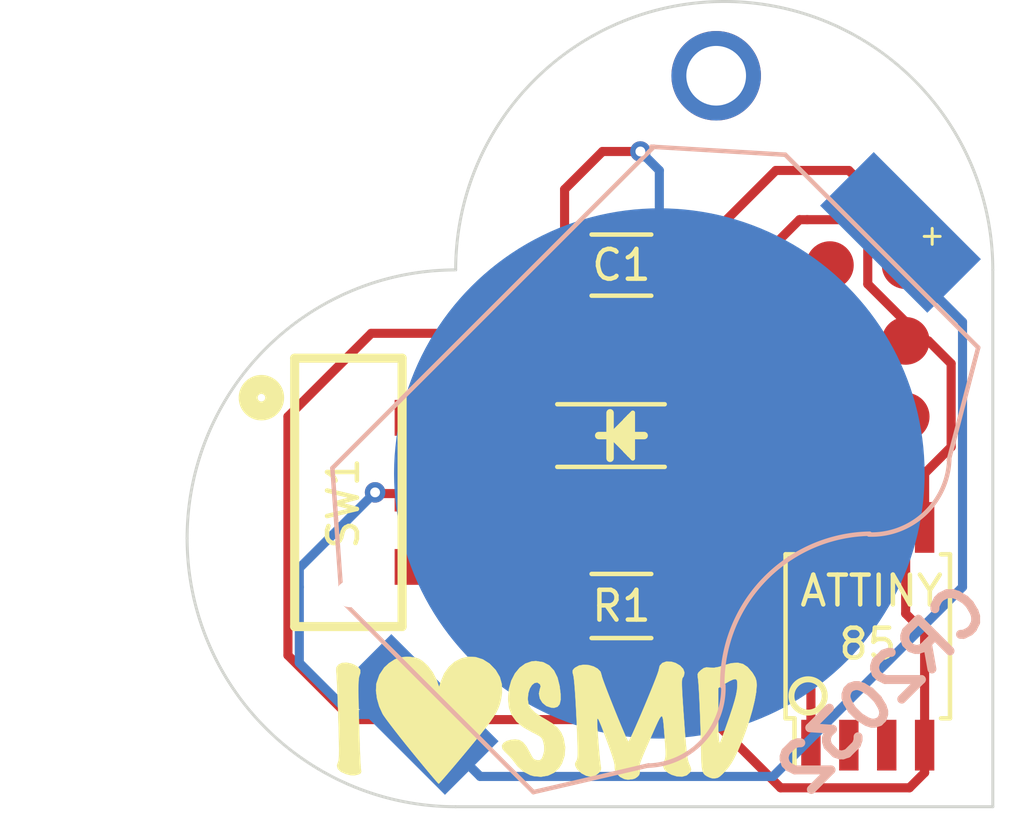
<source format=kicad_pcb>
(kicad_pcb (version 4) (host pcbnew 4.0.7)

  (general
    (links 15)
    (no_connects 0)
    (area 191.769999 76.199999 218.870001 103.300001)
    (thickness 1.6)
    (drawings 22)
    (tracks 96)
    (zones 0)
    (modules 9)
    (nets 12)
  )

  (page USLetter)
  (layers
    (0 F.Cu signal)
    (31 B.Cu signal)
    (34 B.Paste user)
    (35 F.Paste user)
    (36 B.SilkS user)
    (37 F.SilkS user)
    (38 B.Mask user)
    (39 F.Mask user)
    (40 Dwgs.User user)
    (44 Edge.Cuts user)
  )

  (setup
    (last_trace_width 0.3048)
    (user_trace_width 0.254)
    (user_trace_width 0.3048)
    (user_trace_width 0.4064)
    (user_trace_width 0.6096)
    (user_trace_width 2.032)
    (trace_clearance 0.1524)
    (zone_clearance 0.508)
    (zone_45_only no)
    (trace_min 0.1524)
    (segment_width 0.254)
    (edge_width 0.1)
    (via_size 0.6858)
    (via_drill 0.3302)
    (via_min_size 0.6858)
    (via_min_drill 0.3302)
    (user_via 1 0.5)
    (uvia_size 0.762)
    (uvia_drill 0.508)
    (uvias_allowed no)
    (uvia_min_size 0.508)
    (uvia_min_drill 0.127)
    (pcb_text_width 0.3)
    (pcb_text_size 1.5 1.5)
    (mod_edge_width 0.15)
    (mod_text_size 1 1)
    (mod_text_width 0.15)
    (pad_size 1.6 1.6)
    (pad_drill 0)
    (pad_to_mask_clearance 0)
    (aux_axis_origin 0 0)
    (grid_origin 210.82 95.25)
    (visible_elements 7FFFFBFF)
    (pcbplotparams
      (layerselection 0x010f0_80000001)
      (usegerberextensions true)
      (excludeedgelayer true)
      (linewidth 0.100000)
      (plotframeref false)
      (viasonmask false)
      (mode 1)
      (useauxorigin false)
      (hpglpennumber 1)
      (hpglpenspeed 20)
      (hpglpendiameter 15)
      (hpglpenoverlay 2)
      (psnegative false)
      (psa4output false)
      (plotreference true)
      (plotvalue true)
      (plotinvisibletext false)
      (padsonsilk false)
      (subtractmaskfromsilk false)
      (outputformat 1)
      (mirror false)
      (drillshape 0)
      (scaleselection 1)
      (outputdirectory gerbers/))
  )

  (net 0 "")
  (net 1 GND)
  (net 2 +BATT)
  (net 3 "Net-(BT1-Pad1)")
  (net 4 "Net-(CON1-Pad1)")
  (net 5 "Net-(CON1-Pad3)")
  (net 6 "Net-(CON1-Pad4)")
  (net 7 "Net-(CON1-Pad5)")
  (net 8 "Net-(D1-Pad1)")
  (net 9 "Net-(IC1-Pad2)")
  (net 10 "Net-(IC1-Pad3)")
  (net 11 "Net-(P1-Pad1)")

  (net_class Default "This is the default net class."
    (clearance 0.1524)
    (trace_width 0.1524)
    (via_dia 0.6858)
    (via_drill 0.3302)
    (uvia_dia 0.762)
    (uvia_drill 0.508)
    (add_net +BATT)
    (add_net GND)
    (add_net "Net-(BT1-Pad1)")
    (add_net "Net-(CON1-Pad1)")
    (add_net "Net-(CON1-Pad3)")
    (add_net "Net-(CON1-Pad4)")
    (add_net "Net-(CON1-Pad5)")
    (add_net "Net-(D1-Pad1)")
    (add_net "Net-(IC1-Pad2)")
    (add_net "Net-(IC1-Pad3)")
    (add_net "Net-(P1-Pad1)")
  )

  (module Pin_Headers:Pin_Header_Straight_1x01 (layer F.Cu) (tedit 5AA0CEEF) (tstamp 5860AB5B)
    (at 209.55 78.74)
    (descr "Through hole pin header")
    (tags "pin header")
    (path /5860AE9A)
    (fp_text reference P1 (at -0.6 -0.5) (layer F.SilkS) hide
      (effects (font (size 0.127 0.127) (thickness 0.03175)))
    )
    (fp_text value CONN_01X01 (at 0 0.9) (layer F.Fab)
      (effects (font (size 0.127 0.127) (thickness 0.03175)))
    )
    (pad 1 thru_hole circle (at 0 0) (size 3 3) (drill 2) (layers *.Cu *.Mask)
      (net 11 "Net-(P1-Pad1)"))
  )

  (module Resistors_SMD:R_1206_HandSoldering (layer F.Cu) (tedit 58C47DAE) (tstamp 58C47A9F)
    (at 206.375 96.52)
    (descr "Resistor SMD 1206, hand soldering")
    (tags "resistor 1206")
    (path /56CEB2B5)
    (attr smd)
    (fp_text reference R1 (at 0 0) (layer F.SilkS)
      (effects (font (size 1 1) (thickness 0.15)))
    )
    (fp_text value 330 (at 0 2.3) (layer F.Fab)
      (effects (font (size 1 1) (thickness 0.15)))
    )
    (fp_line (start -3.3 -1.2) (end 3.3 -1.2) (layer F.CrtYd) (width 0.05))
    (fp_line (start -3.3 1.2) (end 3.3 1.2) (layer F.CrtYd) (width 0.05))
    (fp_line (start -3.3 -1.2) (end -3.3 1.2) (layer F.CrtYd) (width 0.05))
    (fp_line (start 3.3 -1.2) (end 3.3 1.2) (layer F.CrtYd) (width 0.05))
    (fp_line (start 1 1.075) (end -1 1.075) (layer F.SilkS) (width 0.15))
    (fp_line (start -1 -1.075) (end 1 -1.075) (layer F.SilkS) (width 0.15))
    (pad 1 smd rect (at -2 0) (size 2 1.7) (layers F.Cu F.Paste F.Mask)
      (net 8 "Net-(D1-Pad1)"))
    (pad 2 smd rect (at 2 0) (size 2 1.7) (layers F.Cu F.Paste F.Mask)
      (net 4 "Net-(CON1-Pad1)"))
    (model Resistors_SMD.3dshapes/R_1206_HandSoldering.wrl
      (at (xyz 0 0 0))
      (scale (xyz 1 1 1))
      (rotate (xyz 0 0 0))
    )
  )

  (module myFootPrints:IheartSMD (layer F.Cu) (tedit 0) (tstamp 58D86362)
    (at 203.835 100.33)
    (fp_text reference G*** (at 0 0) (layer F.SilkS) hide
      (effects (font (thickness 0.3)))
    )
    (fp_text value LOGO (at 0.75 0) (layer F.SilkS) hide
      (effects (font (thickness 0.3)))
    )
    (fp_poly (pts (xy -2.34405 -2.096245) (xy -2.105224 -2.02035) (xy -1.879461 -1.87745) (xy -1.67627 -1.665485)
      (xy -1.672077 -1.659965) (xy -1.535728 -1.428984) (xy -1.466826 -1.179985) (xy -1.462632 -0.900188)
      (xy -1.480305 -0.765648) (xy -1.506685 -0.630011) (xy -1.540934 -0.503324) (xy -1.587938 -0.377969)
      (xy -1.652583 -0.246325) (xy -1.739753 -0.100773) (xy -1.854334 0.066306) (xy -2.001212 0.26253)
      (xy -2.185271 0.495519) (xy -2.411397 0.772893) (xy -2.65632 1.068462) (xy -2.863883 1.316796)
      (xy -3.056151 1.544929) (xy -3.227337 1.746142) (xy -3.371657 1.913715) (xy -3.483327 2.040929)
      (xy -3.55656 2.121066) (xy -3.585338 2.147469) (xy -3.616012 2.117825) (xy -3.690038 2.034352)
      (xy -3.801593 1.903968) (xy -3.944854 1.733589) (xy -4.114 1.530133) (xy -4.303208 1.300517)
      (xy -4.474308 1.091353) (xy -4.682749 0.833626) (xy -4.880586 0.585062) (xy -5.060943 0.354598)
      (xy -5.216944 0.151173) (xy -5.34171 -0.016276) (xy -5.428366 -0.13881) (xy -5.462934 -0.193553)
      (xy -5.575671 -0.442679) (xy -5.651356 -0.710052) (xy -5.68505 -0.970983) (xy -5.671813 -1.200783)
      (xy -5.668122 -1.219233) (xy -5.570242 -1.503796) (xy -5.409772 -1.744798) (xy -5.251857 -1.892196)
      (xy -5.056812 -2.018715) (xy -4.866654 -2.087112) (xy -4.650419 -2.106675) (xy -4.549401 -2.10289)
      (xy -4.38003 -2.082879) (xy -4.251303 -2.040775) (xy -4.13585 -1.971583) (xy -3.949099 -1.803253)
      (xy -3.782896 -1.584088) (xy -3.657219 -1.341409) (xy -3.638259 -1.291192) (xy -3.5686 -1.093389)
      (xy -3.518915 -1.259848) (xy -3.401368 -1.54273) (xy -3.239839 -1.770965) (xy -3.043835 -1.942494)
      (xy -2.822863 -2.055257) (xy -2.586433 -2.107194) (xy -2.34405 -2.096245)) (layer F.SilkS) (width 0.01))
    (fp_poly (pts (xy 4.210181 -1.942334) (xy 4.354907 -1.898655) (xy 4.509585 -1.8085) (xy 4.610951 -1.696348)
      (xy 4.652707 -1.574999) (xy 4.628556 -1.457256) (xy 4.595388 -1.409846) (xy 4.581052 -1.384052)
      (xy 4.571272 -1.338764) (xy 4.566268 -1.266233) (xy 4.566261 -1.158706) (xy 4.571472 -1.008433)
      (xy 4.582122 -0.807662) (xy 4.598431 -0.548642) (xy 4.620622 -0.223622) (xy 4.635014 -0.019538)
      (xy 4.661576 0.347706) (xy 4.684425 0.645637) (xy 4.704585 0.882954) (xy 4.723077 1.068352)
      (xy 4.740923 1.210532) (xy 4.759146 1.318189) (xy 4.778769 1.400021) (xy 4.800814 1.464727)
      (xy 4.812779 1.492748) (xy 4.86011 1.604073) (xy 4.874765 1.673783) (xy 4.858609 1.73037)
      (xy 4.831274 1.775435) (xy 4.727443 1.867301) (xy 4.579917 1.910188) (xy 4.406042 1.903922)
      (xy 4.223164 1.848332) (xy 4.103179 1.782706) (xy 3.983992 1.677881) (xy 3.938703 1.562564)
      (xy 3.963135 1.422748) (xy 3.982132 1.376791) (xy 4.003807 1.317943) (xy 4.016854 1.247058)
      (xy 4.021452 1.150344) (xy 4.017776 1.014007) (xy 4.006003 0.824256) (xy 3.991631 0.63433)
      (xy 3.969436 0.343476) (xy 3.951134 0.123274) (xy 3.932095 -0.02632) (xy 3.90769 -0.105355)
      (xy 3.873292 -0.113877) (xy 3.824271 -0.051932) (xy 3.755999 0.080433) (xy 3.663846 0.283171)
      (xy 3.543184 0.556235) (xy 3.510691 0.629481) (xy 3.388617 0.905519) (xy 3.295606 1.120487)
      (xy 3.22816 1.284362) (xy 3.182779 1.407121) (xy 3.155967 1.498742) (xy 3.144223 1.5692)
      (xy 3.144049 1.628474) (xy 3.148128 1.663394) (xy 3.157036 1.778047) (xy 3.133809 1.852855)
      (xy 3.083401 1.909807) (xy 2.998885 1.969379) (xy 2.926596 1.992923) (xy 2.836247 2.001972)
      (xy 2.806965 2.008896) (xy 2.735111 2.009803) (xy 2.633855 1.989851) (xy 2.631163 1.98908)
      (xy 2.495802 1.920102) (xy 2.387776 1.81079) (xy 2.32431 1.683267) (xy 2.316829 1.585344)
      (xy 2.313086 1.512089) (xy 2.285363 1.390157) (xy 2.231922 1.213828) (xy 2.151025 0.977378)
      (xy 2.040931 0.675086) (xy 2.036923 0.664308) (xy 1.938752 0.40259) (xy 1.863553 0.208096)
      (xy 1.808302 0.074349) (xy 1.769975 -0.00513) (xy 1.745546 -0.036821) (xy 1.731991 -0.0272)
      (xy 1.727307 0.00118) (xy 1.726457 0.088072) (xy 1.73201 0.23249) (xy 1.742731 0.419067)
      (xy 1.757384 0.632437) (xy 1.774733 0.857233) (xy 1.793542 1.07809) (xy 1.812575 1.279639)
      (xy 1.830597 1.446516) (xy 1.846371 1.563353) (xy 1.856776 1.611074) (xy 1.850116 1.689328)
      (xy 1.789813 1.776366) (xy 1.695651 1.85421) (xy 1.587414 1.904882) (xy 1.522557 1.91477)
      (xy 1.362158 1.882289) (xy 1.201376 1.797514) (xy 1.071842 1.679447) (xy 1.0319 1.620012)
      (xy 0.989323 1.530362) (xy 0.986847 1.469528) (xy 1.023841 1.399627) (xy 1.028116 1.393074)
      (xy 1.045638 1.361348) (xy 1.058987 1.320474) (xy 1.068212 1.262057) (xy 1.07336 1.177702)
      (xy 1.074479 1.059016) (xy 1.071618 0.897605) (xy 1.064824 0.685073) (xy 1.054145 0.413028)
      (xy 1.039629 0.073075) (xy 1.036102 -0.007605) (xy 1.019704 -0.352791) (xy 1.002199 -0.668962)
      (xy 0.984253 -0.946912) (xy 0.966532 -1.177432) (xy 0.9497 -1.351314) (xy 0.934422 -1.459349)
      (xy 0.929803 -1.479092) (xy 0.902461 -1.586355) (xy 0.905961 -1.651164) (xy 0.947559 -1.705573)
      (xy 0.989516 -1.742861) (xy 1.11924 -1.813726) (xy 1.276952 -1.840572) (xy 1.44522 -1.828416)
      (xy 1.606611 -1.782277) (xy 1.743692 -1.707175) (xy 1.839031 -1.608128) (xy 1.875194 -1.490154)
      (xy 1.875195 -1.48788) (xy 1.889061 -1.432449) (xy 1.927988 -1.318218) (xy 1.987643 -1.155951)
      (xy 2.063688 -0.956414) (xy 2.151789 -0.730373) (xy 2.247611 -0.488593) (xy 2.346818 -0.241838)
      (xy 2.445074 -0.000876) (xy 2.538044 0.223529) (xy 2.621394 0.420612) (xy 2.690786 0.579607)
      (xy 2.741886 0.689749) (xy 2.770359 0.740272) (xy 2.773341 0.74233) (xy 2.797641 0.707698)
      (xy 2.846672 0.610777) (xy 2.916109 0.46183) (xy 3.001627 0.271121) (xy 3.098901 0.048913)
      (xy 3.203606 -0.194531) (xy 3.311417 -0.448948) (xy 3.418009 -0.704075) (xy 3.519058 -0.949648)
      (xy 3.610237 -1.175404) (xy 3.687223 -1.37108) (xy 3.74569 -1.526414) (xy 3.781314 -1.631141)
      (xy 3.790461 -1.671302) (xy 3.822869 -1.806741) (xy 3.911858 -1.900375) (xy 4.045079 -1.947231)
      (xy 4.210181 -1.942334)) (layer F.SilkS) (width 0.01))
    (fp_poly (pts (xy 6.611152 -1.865882) (xy 6.768849 -1.761157) (xy 6.916401 -1.590471) (xy 6.945923 -1.547851)
      (xy 7.025612 -1.412648) (xy 7.063559 -1.291976) (xy 7.072923 -1.150907) (xy 7.055285 -0.924379)
      (xy 7.005674 -0.644287) (xy 6.929042 -0.325947) (xy 6.830339 0.015324) (xy 6.714518 0.36421)
      (xy 6.58653 0.705395) (xy 6.451328 1.023562) (xy 6.313862 1.303394) (xy 6.234125 1.443614)
      (xy 6.144558 1.574225) (xy 6.037521 1.705783) (xy 5.9277 1.822894) (xy 5.82978 1.910163)
      (xy 5.758446 1.952196) (xy 5.747391 1.953847) (xy 5.679798 1.965695) (xy 5.65958 1.97196)
      (xy 5.58984 1.969808) (xy 5.493372 1.939564) (xy 5.490307 1.938222) (xy 5.404553 1.897661)
      (xy 5.339203 1.854595) (xy 5.291255 1.798295) (xy 5.257705 1.718032) (xy 5.235552 1.603077)
      (xy 5.221792 1.442701) (xy 5.213422 1.226174) (xy 5.207441 0.942768) (xy 5.207147 0.926493)
      (xy 5.199974 0.594325) (xy 5.190449 0.254891) (xy 5.179064 -0.081148) (xy 5.166307 -0.40313)
      (xy 5.152668 -0.700395) (xy 5.138637 -0.962283) (xy 5.132537 -1.056781) (xy 5.783384 -1.056781)
      (xy 5.783384 -0.199432) (xy 5.784524 0.120145) (xy 5.788206 0.36829) (xy 5.794827 0.551695)
      (xy 5.804782 0.677053) (xy 5.818468 0.751057) (xy 5.836279 0.780398) (xy 5.841398 0.781539)
      (xy 5.857413 0.746785) (xy 5.89456 0.65099) (xy 5.948084 0.506858) (xy 6.013233 0.327089)
      (xy 6.049789 0.224693) (xy 6.170786 -0.122019) (xy 6.2647 -0.406164) (xy 6.334202 -0.637446)
      (xy 6.381963 -0.825565) (xy 6.410655 -0.980226) (xy 6.422948 -1.111129) (xy 6.423632 -1.13323)
      (xy 6.422684 -1.258376) (xy 6.408739 -1.325289) (xy 6.375296 -1.353618) (xy 6.348764 -1.359522)
      (xy 6.278291 -1.344743) (xy 6.167015 -1.295181) (xy 6.037911 -1.22122) (xy 6.026379 -1.213836)
      (xy 5.783384 -1.056781) (xy 5.132537 -1.056781) (xy 5.124702 -1.178131) (xy 5.111355 -1.33728)
      (xy 5.099083 -1.429069) (xy 5.098956 -1.429663) (xy 5.091105 -1.515274) (xy 5.122008 -1.58235)
      (xy 5.201495 -1.65836) (xy 5.294825 -1.726139) (xy 5.380789 -1.751003) (xy 5.49977 -1.74412)
      (xy 5.507835 -1.743074) (xy 5.642889 -1.738311) (xy 5.790445 -1.763592) (xy 5.95923 -1.816398)
      (xy 6.218137 -1.890292) (xy 6.431513 -1.907857) (xy 6.611152 -1.865882)) (layer F.SilkS) (width 0.01))
    (fp_poly (pts (xy -0.08157 -1.924859) (xy 0.119595 -1.818609) (xy 0.279311 -1.647326) (xy 0.396236 -1.412426)
      (xy 0.466339 -1.132373) (xy 0.500202 -0.862655) (xy 0.501546 -0.65965) (xy 0.468366 -0.518122)
      (xy 0.398658 -0.432833) (xy 0.290417 -0.398547) (xy 0.187007 -0.402567) (xy 0.022986 -0.458462)
      (xy -0.107678 -0.566887) (xy -0.193914 -0.710176) (xy -0.22465 -0.870663) (xy -0.196209 -1.014011)
      (xy -0.167136 -1.109175) (xy -0.181089 -1.172167) (xy -0.195414 -1.191881) (xy -0.278029 -1.245413)
      (xy -0.369251 -1.232389) (xy -0.45776 -1.161828) (xy -0.532239 -1.042744) (xy -0.581313 -0.884458)
      (xy -0.600584 -0.68899) (xy -0.574129 -0.522805) (xy -0.495226 -0.375621) (xy -0.357152 -0.237156)
      (xy -0.153185 -0.097128) (xy -0.0149 -0.018128) (xy 0.223532 0.127163) (xy 0.396984 0.271723)
      (xy 0.51748 0.428179) (xy 0.597046 0.609158) (xy 0.604015 0.631773) (xy 0.655343 0.924217)
      (xy 0.636198 1.206319) (xy 0.548448 1.466012) (xy 0.450415 1.623815) (xy 0.286878 1.776761)
      (xy 0.079863 1.875382) (xy -0.154297 1.915659) (xy -0.399267 1.89357) (xy -0.512491 1.860858)
      (xy -0.748329 1.740098) (xy -0.946 1.556863) (xy -1.022725 1.45561) (xy -1.121166 1.327126)
      (xy -1.230147 1.205768) (xy -1.27831 1.15977) (xy -1.368909 1.071732) (xy -1.43624 0.991383)
      (xy -1.448715 0.971564) (xy -1.465512 0.873525) (xy -1.414822 0.786441) (xy -1.307233 0.717766)
      (xy -1.153334 0.674957) (xy -1.012348 0.664308) (xy -0.876932 0.686654) (xy -0.758934 0.759596)
      (xy -0.648527 0.891984) (xy -0.535883 1.092672) (xy -0.535153 1.094154) (xy -0.465871 1.228004)
      (xy -0.41207 1.306136) (xy -0.358451 1.34467) (xy -0.289713 1.359726) (xy -0.282378 1.360469)
      (xy -0.194043 1.359893) (xy -0.141119 1.322752) (xy -0.096762 1.234724) (xy -0.046514 1.054309)
      (xy -0.050882 0.865654) (xy -0.080832 0.730435) (xy -0.105883 0.658031) (xy -0.144138 0.601611)
      (xy -0.210683 0.54875) (xy -0.320602 0.487023) (xy -0.46023 0.417902) (xy -0.755259 0.249762)
      (xy -0.977739 0.06329) (xy -1.132413 -0.14826) (xy -1.224021 -0.391633) (xy -1.257305 -0.673574)
      (xy -1.257581 -0.71638) (xy -1.228979 -1.026375) (xy -1.150871 -1.305792) (xy -1.029403 -1.546426)
      (xy -0.870719 -1.740071) (xy -0.680962 -1.878524) (xy -0.466276 -1.953578) (xy -0.322842 -1.964662)
      (xy -0.08157 -1.924859)) (layer F.SilkS) (width 0.01))
    (fp_poly (pts (xy -6.518611 -1.882257) (xy -6.409155 -1.83689) (xy -6.276787 -1.754816) (xy -6.213258 -1.670643)
      (xy -6.210551 -1.568093) (xy -6.236569 -1.486461) (xy -6.251088 -1.43895) (xy -6.262123 -1.372811)
      (xy -6.269766 -1.28017) (xy -6.274107 -1.153157) (xy -6.275237 -0.983901) (xy -6.273246 -0.76453)
      (xy -6.268226 -0.487173) (xy -6.260268 -0.143958) (xy -6.254608 0.078154) (xy -6.245346 0.41081)
      (xy -6.235495 0.724) (xy -6.225449 1.00785) (xy -6.215604 1.252481) (xy -6.206357 1.448018)
      (xy -6.198102 1.584584) (xy -6.1916 1.65037) (xy -6.180359 1.748638) (xy -6.20133 1.800393)
      (xy -6.266818 1.834698) (xy -6.270189 1.835985) (xy -6.406266 1.868926) (xy -6.552799 1.859856)
      (xy -6.691624 1.823843) (xy -6.862868 1.747438) (xy -6.964249 1.649742) (xy -6.993148 1.534965)
      (xy -6.948992 1.410561) (xy -6.936851 1.371172) (xy -6.928407 1.293703) (xy -6.923653 1.17199)
      (xy -6.922584 0.999871) (xy -6.925194 0.771185) (xy -6.931478 0.479767) (xy -6.941429 0.119456)
      (xy -6.947627 -0.083601) (xy -6.958527 -0.414351) (xy -6.969819 -0.72455) (xy -6.98107 -1.004507)
      (xy -6.991847 -1.244531) (xy -7.001715 -1.434928) (xy -7.010242 -1.566007) (xy -7.016649 -1.626487)
      (xy -7.01007 -1.750297) (xy -6.943571 -1.842421) (xy -6.830558 -1.898219) (xy -6.684436 -1.913045)
      (xy -6.518611 -1.882257)) (layer F.SilkS) (width 0.01))
  )

  (module footprints:BATT_CR2032_SMD (layer B.Cu) (tedit 56CFB5D2) (tstamp 5AA0CECA)
    (at 207.645 92.075 225)
    (tags battery)
    (path /56CFA61E)
    (fp_text reference BT1 (at 0 -5.08 225) (layer B.SilkS) hide
      (effects (font (size 1.72974 1.08712) (thickness 0.27178)) (justify mirror))
    )
    (fp_text value Battery (at 0 2.54 225) (layer B.SilkS) hide
      (effects (font (size 1.524 1.016) (thickness 0.254)) (justify mirror))
    )
    (fp_line (start -7.1755 -6.5405) (end -10.541 -4.572) (layer B.SilkS) (width 0.15))
    (fp_line (start 7.1755 -6.6675) (end 10.541 -4.572) (layer B.SilkS) (width 0.15))
    (fp_arc (start -5.4229 -4.6355) (end -3.5179 -6.4135) (angle -90) (layer B.SilkS) (width 0.15))
    (fp_arc (start 5.4102 -4.7625) (end 7.1882 -6.6675) (angle -90) (layer B.SilkS) (width 0.15))
    (fp_arc (start -0.0635 -10.033) (end -3.556 -6.4135) (angle -90) (layer B.SilkS) (width 0.15))
    (fp_line (start 7.62 7.874) (end 10.541 4.5085) (layer B.SilkS) (width 0.15))
    (fp_line (start -10.541 4.572) (end -7.5565 7.9375) (layer B.SilkS) (width 0.15))
    (fp_line (start -7.62 7.874) (end 7.62 7.874) (layer B.SilkS) (width 0.15))
    (fp_line (start -10.541 -4.572) (end -10.541 4.572) (layer B.SilkS) (width 0.15))
    (fp_line (start 10.541 -4.572) (end 10.541 4.572) (layer B.SilkS) (width 0.15))
    (fp_circle (center 0 0) (end -10.16 0) (layer Dwgs.User) (width 0.15))
    (pad 2 smd circle (at 0 0 225) (size 17.78 17.78) (layers B.Cu B.Paste B.Mask)
      (net 1 GND))
    (pad 1 smd rect (at -11.43 0 225) (size 2.54 5.08) (layers B.Cu B.Paste B.Mask)
      (net 3 "Net-(BT1-Pad1)"))
    (pad 1 smd rect (at 11.43 0 225) (size 2.54 5.08) (layers B.Cu B.Paste B.Mask)
      (net 3 "Net-(BT1-Pad1)"))
  )

  (module footprints:C_1206_HandSoldering (layer F.Cu) (tedit 58C47DA8) (tstamp 5AA0CEDB)
    (at 206.375 85.09)
    (descr "Capacitor SMD 1206, hand soldering")
    (tags "capacitor 1206")
    (path /553FDF53)
    (attr smd)
    (fp_text reference C1 (at 0 0) (layer F.SilkS)
      (effects (font (size 1 1) (thickness 0.15)))
    )
    (fp_text value "0.1 uF" (at 0 2.3) (layer F.Fab)
      (effects (font (size 1 1) (thickness 0.15)))
    )
    (fp_line (start -3.3 -1.15) (end 3.3 -1.15) (layer F.CrtYd) (width 0.05))
    (fp_line (start -3.3 1.15) (end 3.3 1.15) (layer F.CrtYd) (width 0.05))
    (fp_line (start -3.3 -1.15) (end -3.3 1.15) (layer F.CrtYd) (width 0.05))
    (fp_line (start 3.3 -1.15) (end 3.3 1.15) (layer F.CrtYd) (width 0.05))
    (fp_line (start 1 -1.025) (end -1 -1.025) (layer F.SilkS) (width 0.15))
    (fp_line (start -1 1.025) (end 1 1.025) (layer F.SilkS) (width 0.15))
    (pad 1 smd rect (at -2 0) (size 2 1.6) (layers F.Cu F.Paste F.Mask)
      (net 1 GND))
    (pad 2 smd rect (at 2 0) (size 2 1.6) (layers F.Cu F.Paste F.Mask)
      (net 2 +BATT))
    (model Capacitors_SMD.3dshapes/C_1206_HandSoldering.wrl
      (at (xyz 0 0 0))
      (scale (xyz 1 1 1))
      (rotate (xyz 0 0 0))
    )
  )

  (module footprints:AVR-ISP-6 (layer F.Cu) (tedit 5AA0D023) (tstamp 5AA0CEE6)
    (at 213.36 85.09)
    (descr "6-lead dip package, row spacing 7.62 mm (300 mils)")
    (tags "dil dip 2.54 300")
    (path /58609061)
    (fp_text reference CON1 (at 0 -2.54) (layer F.SilkS) hide
      (effects (font (size 1 1) (thickness 0.15)))
    )
    (fp_text value AVR-ISP-6 (at 0 -3.72) (layer F.Fab) hide
      (effects (font (size 1 1) (thickness 0.15)))
    )
    (pad 1 smd oval (at 0 0) (size 1.6 1.6) (layers F.Cu F.Paste F.Mask)
      (net 4 "Net-(CON1-Pad1)"))
    (pad 2 smd circle (at 2.54 0) (size 1.6 1.6) (layers F.Cu F.Paste F.Mask)
      (net 2 +BATT))
    (pad 3 smd oval (at 0 2.54) (size 1.6 1.6) (layers F.Cu F.Paste F.Mask)
      (net 5 "Net-(CON1-Pad3)"))
    (pad 4 smd oval (at 2.54 2.54) (size 1.6 1.6) (layers F.Cu F.Paste F.Mask)
      (net 6 "Net-(CON1-Pad4)"))
    (pad 5 smd oval (at 0 5.08) (size 1.6 1.6) (layers F.Cu F.Paste F.Mask)
      (net 7 "Net-(CON1-Pad5)"))
    (pad 6 smd oval (at 2.54 5.08) (size 1.6 1.6) (layers F.Cu F.Paste F.Mask)
      (net 1 GND))
  )

  (module footprints:LED-1206 (layer F.Cu) (tedit 58C4D23A) (tstamp 5AA0CEEF)
    (at 206.375 90.805)
    (descr "LED 1206 smd package")
    (tags "LED1206 SMD")
    (path /58C49927)
    (attr smd)
    (fp_text reference D1 (at 0 -2) (layer F.SilkS) hide
      (effects (font (size 1 1) (thickness 0.15)))
    )
    (fp_text value LED (at 0 2) (layer F.Fab)
      (effects (font (size 1 1) (thickness 0.15)))
    )
    (fp_line (start -0.762 0) (end 0.762 0) (layer F.SilkS) (width 0.25))
    (fp_line (start -0.381 -0.762) (end -0.381 0.762) (layer F.SilkS) (width 0.25))
    (fp_line (start -0.635 0) (end -0.508 0) (layer F.SilkS) (width 0.15))
    (fp_line (start 0.254 0.635) (end 0.381 0.762) (layer F.SilkS) (width 0.15))
    (fp_line (start 0.254 -0.635) (end 0.381 -0.762) (layer F.SilkS) (width 0.15))
    (fp_line (start 0.381 -0.762) (end 0.381 0.762) (layer F.SilkS) (width 0.15))
    (fp_line (start 0.127 -0.508) (end 0.254 -0.635) (layer F.SilkS) (width 0.15))
    (fp_line (start 0.127 0.508) (end 0.254 0.635) (layer F.SilkS) (width 0.15))
    (fp_line (start 0.254 0.508) (end 0.254 0.635) (layer F.SilkS) (width 0.15))
    (fp_line (start 0.254 -0.635) (end 0.254 0.508) (layer F.SilkS) (width 0.15))
    (fp_line (start -2.15 1.05) (end 1.45 1.05) (layer F.SilkS) (width 0.15))
    (fp_line (start -2.15 -1.05) (end 1.45 -1.05) (layer F.SilkS) (width 0.15))
    (fp_line (start 0.027 -0.3) (end 0.027 0.3) (layer F.SilkS) (width 0.15))
    (fp_line (start 0.027 0.3) (end -0.273 0) (layer F.SilkS) (width 0.15))
    (fp_line (start -0.273 0) (end -0.073 -0.2) (layer F.SilkS) (width 0.15))
    (fp_line (start -0.073 -0.2) (end -0.073 0.05) (layer F.SilkS) (width 0.15))
    (fp_line (start -0.073 0.05) (end -0.123 0) (layer F.SilkS) (width 0.15))
    (fp_line (start 0.127 0) (end 0.627 0) (layer F.SilkS) (width 0.15))
    (fp_line (start -0.373 0) (end 0.127 -0.5) (layer F.SilkS) (width 0.15))
    (fp_line (start 0.127 -0.5) (end 0.127 0.5) (layer F.SilkS) (width 0.15))
    (fp_line (start 0.127 0.5) (end -0.373 0) (layer F.SilkS) (width 0.15))
    (fp_line (start 2.5 -1.25) (end -2.5 -1.25) (layer F.CrtYd) (width 0.05))
    (fp_line (start -2.5 -1.25) (end -2.5 1.25) (layer F.CrtYd) (width 0.05))
    (fp_line (start -2.5 1.25) (end 2.5 1.25) (layer F.CrtYd) (width 0.05))
    (fp_line (start 2.5 1.25) (end 2.5 -1.25) (layer F.CrtYd) (width 0.05))
    (pad 2 smd rect (at 1.905 0 180) (size 2 1.80086) (layers F.Cu F.Paste F.Mask)
      (net 6 "Net-(CON1-Pad4)"))
    (pad 1 smd rect (at -1.905 0 180) (size 2 1.80086) (layers F.Cu F.Paste F.Mask)
      (net 8 "Net-(D1-Pad1)"))
    (model LEDs.3dshapes/LED_1206.wrl
      (at (xyz 0 0 0))
      (scale (xyz 1 1 1))
      (rotate (xyz 0 0 0))
    )
  )

  (module footprints:SOIJ-8_5.3x5.3mm_Pitch1.27mm (layer F.Cu) (tedit 5AA0C94A) (tstamp 5AA0CF0D)
    (at 214.63 97.536 90)
    (descr "8-Lead Plastic Small Outline (SM) - Medium, 5.28 mm Body [SOIC] (see Microchip Packaging Specification 00000049BS.pdf)")
    (tags "SOIC 1.27")
    (path /58C478D3)
    (attr smd)
    (fp_text reference IC1 (at 1.651 0 180) (layer Dwgs.User) hide
      (effects (font (size 1 1) (thickness 0.15)))
    )
    (fp_text value ATTINY (at 1.524 0.127 180) (layer F.SilkS)
      (effects (font (size 1 1) (thickness 0.15)))
    )
    (fp_circle (center -2 -2) (end -2.25 -2.5) (layer F.SilkS) (width 0.2))
    (fp_line (start -4.75 -2.95) (end -4.75 2.95) (layer F.CrtYd) (width 0.05))
    (fp_line (start 4.75 -2.95) (end 4.75 2.95) (layer F.CrtYd) (width 0.05))
    (fp_line (start -4.75 -2.95) (end 4.75 -2.95) (layer F.CrtYd) (width 0.05))
    (fp_line (start -4.75 2.95) (end 4.75 2.95) (layer F.CrtYd) (width 0.05))
    (fp_line (start -2.75 -2.755) (end -2.75 -2.455) (layer F.SilkS) (width 0.15))
    (fp_line (start 2.75 -2.755) (end 2.75 -2.455) (layer F.SilkS) (width 0.15))
    (fp_line (start 2.75 2.755) (end 2.75 2.455) (layer F.SilkS) (width 0.15))
    (fp_line (start -2.75 2.755) (end -2.75 2.455) (layer F.SilkS) (width 0.15))
    (fp_line (start -2.75 -2.755) (end 2.75 -2.755) (layer F.SilkS) (width 0.15))
    (fp_line (start -2.75 2.755) (end 2.75 2.755) (layer F.SilkS) (width 0.15))
    (fp_line (start -2.75 -2.455) (end -4.5 -2.455) (layer F.SilkS) (width 0.15))
    (pad 1 smd rect (at -3.65 -1.905 90) (size 1.7 0.65) (layers F.Cu F.Paste F.Mask)
      (net 7 "Net-(CON1-Pad5)"))
    (pad 2 smd rect (at -3.65 -0.635 90) (size 1.7 0.65) (layers F.Cu F.Paste F.Mask)
      (net 9 "Net-(IC1-Pad2)"))
    (pad 3 smd rect (at -3.65 0.635 90) (size 1.7 0.65) (layers F.Cu F.Paste F.Mask)
      (net 10 "Net-(IC1-Pad3)"))
    (pad 4 smd rect (at -3.65 1.905 90) (size 1.7 0.65) (layers F.Cu F.Paste F.Mask)
      (net 1 GND))
    (pad 5 smd rect (at 3.65 1.905 90) (size 1.7 0.65) (layers F.Cu F.Paste F.Mask)
      (net 6 "Net-(CON1-Pad4)"))
    (pad 6 smd rect (at 3.65 0.635 90) (size 1.7 0.65) (layers F.Cu F.Paste F.Mask)
      (net 4 "Net-(CON1-Pad1)"))
    (pad 7 smd rect (at 3.65 -0.635 90) (size 1.7 0.65) (layers F.Cu F.Paste F.Mask)
      (net 5 "Net-(CON1-Pad3)"))
    (pad 8 smd rect (at 3.65 -1.905 90) (size 1.7 0.65) (layers F.Cu F.Paste F.Mask)
      (net 2 +BATT))
    (model Housings_SOIC.3dshapes/SOIJ-8_5.3x5.3mm_Pitch1.27mm.wrl
      (at (xyz 0 0 0))
      (scale (xyz 1 1 1))
      (rotate (xyz 0 0 0))
    )
  )

  (module footprints:SPST_SMD (layer F.Cu) (tedit 58D85833) (tstamp 5AA0CF24)
    (at 200.025 92.71 270)
    (descr "Through hole pin header")
    (tags "pin header")
    (path /5860A0CD)
    (fp_text reference SW1 (at 0.365 2.97 270) (layer F.SilkS)
      (effects (font (size 1 1) (thickness 0.15)))
    )
    (fp_text value SPST (at 0.1 0 270) (layer F.Fab)
      (effects (font (size 1 1) (thickness 0.15)))
    )
    (fp_line (start -4.5 4.6) (end 4.5 4.6) (layer F.SilkS) (width 0.3048))
    (fp_line (start 4.5 1) (end 4.5 4.6) (layer F.SilkS) (width 0.3048))
    (fp_line (start -4.5 1) (end -4.5 4.6) (layer F.SilkS) (width 0.3048))
    (fp_line (start -4.5 1) (end 4.5 1) (layer F.SilkS) (width 0.3048))
    (fp_text user JS102011SAQN (at 0 1.7 270) (layer F.Fab)
      (effects (font (size 0.8 0.8) (thickness 0.1)))
    )
    (fp_line (start -1.75 14.45) (end 4.3 14.45) (layer F.CrtYd) (width 0.05))
    (pad "" np_thru_hole circle (at 3.4 2.75 270) (size 0.9 0.9) (drill 0.9) (layers *.Cu *.Mask))
    (pad 1 smd rect (at -2.5 0 270) (size 1.2 2.5) (layers F.Cu F.Paste F.Mask)
      (net 2 +BATT))
    (pad 2 smd rect (at 0.04 0 270) (size 1.2 2.5) (layers F.Cu F.Paste F.Mask)
      (net 3 "Net-(BT1-Pad1)"))
    (pad 3 smd rect (at 2.5 0 270) (size 1.2 2.5) (layers F.Cu F.Paste F.Mask))
    (pad "" np_thru_hole circle (at -3.4 2.75 270) (size 0.9 0.9) (drill 0.9) (layers *.Cu *.Mask))
  )

  (gr_text + (at 216.789 84.074) (layer F.SilkS)
    (effects (font (size 0.7 0.7) (thickness 0.1)))
  )
  (gr_text CR2032 (at 215.138 99.314 45) (layer B.SilkS)
    (effects (font (size 1.5 1.5) (thickness 0.3)) (justify mirror))
  )
  (gr_circle (center 194.31 89.535) (end 194.31 89.662) (layer F.SilkS) (width 0.3))
  (gr_circle (center 194.31 89.535) (end 194.437 89.916) (layer F.SilkS) (width 0.254))
  (gr_text 85 (at 214.63 97.79) (layer F.SilkS)
    (effects (font (size 1 1) (thickness 0.15)))
  )
  (gr_circle (center 194.31 89.535) (end 193.675 89.535) (layer F.SilkS) (width 0.254))
  (gr_line (start 200.82 103.25) (end 196.82 99.25) (angle 90) (layer Dwgs.User) (width 0.254))
  (gr_line (start 202.82 101.25) (end 200.82 103.25) (angle 90) (layer Dwgs.User) (width 0.254))
  (gr_line (start 198.82 97.25) (end 202.82 101.25) (angle 90) (layer Dwgs.User) (width 0.254))
  (gr_line (start 196.82 99.25) (end 198.82 97.25) (angle 90) (layer Dwgs.User) (width 0.254))
  (gr_line (start 216.82 87.25) (end 218.82 85.25) (angle 90) (layer Dwgs.User) (width 0.254))
  (gr_line (start 216.82 87.25) (end 212.82 83.25) (angle 90) (layer Dwgs.User) (width 0.254))
  (gr_line (start 214.82 81.25) (end 218.82 85.25) (angle 90) (layer Dwgs.User) (width 0.254))
  (gr_line (start 212.82 83.25) (end 214.82 81.25) (angle 90) (layer Dwgs.User) (width 0.254))
  (gr_circle (center 207.82 92.25) (end 197.82 90.25) (layer Dwgs.User) (width 0.254))
  (gr_line (start 200.82 103.25) (end 218.82 103.25) (angle 90) (layer Edge.Cuts) (width 0.1))
  (gr_arc (start 200.82 94.25) (end 200.82 103.25) (angle 90) (layer Edge.Cuts) (width 0.1))
  (gr_arc (start 200.82 94.25) (end 191.82 94.25) (angle 90) (layer Edge.Cuts) (width 0.1))
  (gr_arc (start 209.82 85.25) (end 200.82 85.25) (angle 90) (layer Edge.Cuts) (width 0.1))
  (gr_arc (start 209.82 85.25) (end 209.82 76.25) (angle 90) (layer Edge.Cuts) (width 0.1))
  (gr_line (start 218.82 103.25) (end 218.82 85.25) (angle 90) (layer Edge.Cuts) (width 0.1))
  (gr_line (start 202.32 86.75) (end 219.82 104.25) (angle 90) (layer Dwgs.User) (width 0.1))

  (segment (start 207.645 92.075) (end 207.645 81.915) (width 0.3048) (layer B.Cu) (net 1))
  (segment (start 204.47 82.55) (end 204.47 84.995) (width 0.3048) (layer F.Cu) (net 1) (tstamp 58D85783))
  (segment (start 205.74 81.28) (end 204.47 82.55) (width 0.3048) (layer F.Cu) (net 1) (tstamp 58D85782))
  (segment (start 207.01 81.28) (end 205.74 81.28) (width 0.3048) (layer F.Cu) (net 1) (tstamp 58D85781))
  (via (at 207.01 81.28) (size 0.6858) (drill 0.3302) (layers F.Cu B.Cu) (net 1))
  (segment (start 207.645 81.915) (end 207.01 81.28) (width 0.3048) (layer B.Cu) (net 1) (tstamp 58D85777))
  (segment (start 204.47 84.995) (end 204.375 85.09) (width 0.3048) (layer F.Cu) (net 1) (tstamp 58D85785))
  (segment (start 216.535 101.186) (end 216.535 102.108) (width 0.3048) (layer F.Cu) (net 1))
  (segment (start 201.803 87.376) (end 202.819 86.36) (width 0.3048) (layer F.Cu) (net 1) (tstamp 58D85725))
  (segment (start 197.993 87.376) (end 201.803 87.376) (width 0.3048) (layer F.Cu) (net 1) (tstamp 58D85723))
  (segment (start 195.199 90.17) (end 197.993 87.376) (width 0.3048) (layer F.Cu) (net 1) (tstamp 58D85721))
  (segment (start 195.199 98.171) (end 195.199 90.17) (width 0.3048) (layer F.Cu) (net 1) (tstamp 58D8571F))
  (segment (start 197.358 100.33) (end 195.199 98.171) (width 0.3048) (layer F.Cu) (net 1) (tstamp 58D8571D))
  (segment (start 209.423 100.33) (end 197.358 100.33) (width 0.3048) (layer F.Cu) (net 1) (tstamp 58D85719))
  (segment (start 211.709 102.616) (end 209.423 100.33) (width 0.3048) (layer F.Cu) (net 1) (tstamp 58D85710))
  (segment (start 216.027 102.616) (end 211.709 102.616) (width 0.3048) (layer F.Cu) (net 1) (tstamp 58D85707))
  (segment (start 216.535 102.108) (end 216.027 102.616) (width 0.3048) (layer F.Cu) (net 1) (tstamp 58D85703))
  (segment (start 204.375 85.09) (end 204.089 85.09) (width 0.3048) (layer F.Cu) (net 1))
  (segment (start 204.089 85.09) (end 202.819 86.36) (width 0.3048) (layer F.Cu) (net 1) (tstamp 58D85607))
  (segment (start 216.535 101.186) (end 216.535 97.409) (width 0.3048) (layer F.Cu) (net 1))
  (segment (start 215.9 96.774) (end 215.9 90.17) (width 0.3048) (layer F.Cu) (net 1) (tstamp 58D852AF))
  (segment (start 216.535 97.409) (end 215.9 96.774) (width 0.3048) (layer F.Cu) (net 1) (tstamp 58D852AD))
  (segment (start 215.9 85.09) (end 215.9 83.82) (width 0.3048) (layer F.Cu) (net 2))
  (segment (start 211.55 81.915) (end 208.375 85.09) (width 0.3048) (layer F.Cu) (net 2) (tstamp 5AA0CFFB))
  (segment (start 213.995 81.915) (end 211.55 81.915) (width 0.3048) (layer F.Cu) (net 2) (tstamp 5AA0CFF9))
  (segment (start 215.9 83.82) (end 213.995 81.915) (width 0.3048) (layer F.Cu) (net 2) (tstamp 5AA0CFF6))
  (segment (start 208.375 85.09) (end 208.375 86.265) (width 0.3048) (layer F.Cu) (net 2))
  (segment (start 203.2 88.265) (end 201.2315 90.2335) (width 0.3048) (layer F.Cu) (net 2) (tstamp 5AA0CA12))
  (segment (start 206.375 88.265) (end 203.2 88.265) (width 0.3048) (layer F.Cu) (net 2) (tstamp 5AA0CA10))
  (segment (start 208.375 86.265) (end 206.375 88.265) (width 0.3048) (layer F.Cu) (net 2) (tstamp 5AA0CA0F))
  (segment (start 201.2315 90.2335) (end 200.025 90.21) (width 0.3048) (layer F.Cu) (net 2) (tstamp 5AA0CA15))
  (segment (start 212.725 96.266) (end 210.185 98.806) (width 0.3048) (layer F.Cu) (net 2) (tstamp 58D856EA))
  (segment (start 201.93 90.932) (end 201.208 90.21) (width 0.3048) (layer F.Cu) (net 2) (tstamp 58D8639E))
  (segment (start 201.93 97.282) (end 201.93 92.583) (width 0.3048) (layer F.Cu) (net 2) (tstamp 58D856F0))
  (segment (start 201.93 92.583) (end 201.93 90.932) (width 0.3048) (layer F.Cu) (net 2))
  (segment (start 212.725 93.886) (end 212.725 96.266) (width 0.3048) (layer F.Cu) (net 2))
  (segment (start 203.454 98.806) (end 201.93 97.282) (width 0.3048) (layer F.Cu) (net 2) (tstamp 58D856EE))
  (segment (start 210.185 98.806) (end 203.454 98.806) (width 0.3048) (layer F.Cu) (net 2) (tstamp 58D856EC))
  (segment (start 208.375 85.09) (end 208.375 85.122) (width 0.3048) (layer F.Cu) (net 2))
  (segment (start 201.208 90.21) (end 200.025 90.21) (width 0.3048) (layer F.Cu) (net 2) (tstamp 58D863A2))
  (segment (start 195.58 95.25) (end 198.12 92.71) (width 0.3048) (layer B.Cu) (net 3) (tstamp 58D85957))
  (segment (start 198.16 92.75) (end 200.025 92.75) (width 0.3048) (layer F.Cu) (net 3) (tstamp 58D8595F))
  (via (at 198.12 92.71) (size 0.6858) (drill 0.3302) (layers F.Cu B.Cu) (net 3))
  (segment (start 198.12 92.71) (end 198.16 92.75) (width 0.3048) (layer F.Cu) (net 3) (tstamp 58D8595E))
  (segment (start 199.562769 100.157231) (end 197.312231 100.157231) (width 0.3048) (layer B.Cu) (net 3))
  (segment (start 197.312231 100.157231) (end 195.58 98.425) (width 0.3048) (layer B.Cu) (net 3) (tstamp 58D8579B))
  (segment (start 195.58 98.425) (end 195.58 95.885) (width 0.3048) (layer B.Cu) (net 3))
  (segment (start 195.58 95.885) (end 195.58 95.25) (width 0.3048) (layer B.Cu) (net 3))
  (segment (start 215.727231 83.992769) (end 215.727231 84.917231) (width 0.3048) (layer B.Cu) (net 3))
  (segment (start 215.727231 84.917231) (end 217.805 86.995) (width 0.3048) (layer B.Cu) (net 3) (tstamp 58D857AD))
  (segment (start 217.805 86.995) (end 217.805 95.885) (width 0.3048) (layer B.Cu) (net 3) (tstamp 58D857B4))
  (segment (start 217.805 95.885) (end 211.455 102.235) (width 0.3048) (layer B.Cu) (net 3) (tstamp 58D857BA))
  (segment (start 211.455 102.235) (end 201.640538 102.235) (width 0.3048) (layer B.Cu) (net 3) (tstamp 58D857BF))
  (segment (start 201.640538 102.235) (end 199.562769 100.157231) (width 0.3048) (layer B.Cu) (net 3) (tstamp 58D857C4))
  (segment (start 208.375 96.52) (end 208.661 96.52) (width 0.3048) (layer F.Cu) (net 4))
  (segment (start 208.661 96.52) (end 211.074 94.107) (width 0.3048) (layer F.Cu) (net 4) (tstamp 5AA0CA2B))
  (segment (start 211.074 94.107) (end 211.074 87.376) (width 0.3048) (layer F.Cu) (net 4) (tstamp 5AA0CA2D))
  (segment (start 211.074 87.376) (end 213.36 85.09) (width 0.3048) (layer F.Cu) (net 4) (tstamp 5AA0CA31))
  (segment (start 215.265 93.886) (end 215.265 91.567) (width 0.3048) (layer F.Cu) (net 4))
  (segment (start 214.63 86.868) (end 213.36 85.598) (width 0.3048) (layer F.Cu) (net 4) (tstamp 58D852C1))
  (segment (start 214.63 90.932) (end 214.63 86.868) (width 0.3048) (layer F.Cu) (net 4) (tstamp 58D852C0))
  (segment (start 215.265 91.567) (end 214.63 90.932) (width 0.3048) (layer F.Cu) (net 4) (tstamp 58D852BE))
  (segment (start 213.995 93.886) (end 213.995 92.329) (width 0.3048) (layer F.Cu) (net 5))
  (segment (start 211.836 88.392) (end 212.598 87.63) (width 0.3048) (layer F.Cu) (net 5) (tstamp 58D852FA))
  (segment (start 211.836 90.932) (end 211.836 88.392) (width 0.3048) (layer F.Cu) (net 5) (tstamp 58D852F9))
  (segment (start 212.598 91.694) (end 211.836 90.932) (width 0.3048) (layer F.Cu) (net 5) (tstamp 58D852F3))
  (segment (start 213.36 91.694) (end 212.598 91.694) (width 0.3048) (layer F.Cu) (net 5) (tstamp 58D852F1))
  (segment (start 213.995 92.329) (end 213.36 91.694) (width 0.3048) (layer F.Cu) (net 5) (tstamp 58D852EF))
  (segment (start 212.598 87.63) (end 213.36 87.63) (width 0.3048) (layer F.Cu) (net 5) (tstamp 58D852FC))
  (segment (start 214.63 84.328) (end 214.63 85.725) (width 0.3048) (layer F.Cu) (net 6))
  (segment (start 208.28 90.805) (end 210.439 88.646) (width 0.3048) (layer F.Cu) (net 6) (tstamp 58D856C8))
  (segment (start 212.344 83.566) (end 210.439 85.471) (width 0.3048) (layer F.Cu) (net 6) (tstamp 58D8566F))
  (segment (start 210.439 85.471) (end 210.439 86.995) (width 0.3048) (layer F.Cu) (net 6) (tstamp 58D85672))
  (segment (start 213.868 83.566) (end 212.598 83.566) (width 0.3048) (layer F.Cu) (net 6) (tstamp 58D85382))
  (segment (start 214.63 84.328) (end 213.868 83.566) (width 0.3048) (layer F.Cu) (net 6) (tstamp 58D85381))
  (segment (start 212.598 83.566) (end 212.344 83.566) (width 0.3048) (layer F.Cu) (net 6))
  (segment (start 210.439 86.995) (end 210.439 88.646) (width 0.3048) (layer F.Cu) (net 6))
  (segment (start 214.63 85.725) (end 215.9 86.995) (width 0.3048) (layer F.Cu) (net 6) (tstamp 5AA0D0C7))
  (segment (start 215.9 86.995) (end 215.9 87.63) (width 0.3048) (layer F.Cu) (net 6) (tstamp 5AA0D0CC))
  (segment (start 208.788 90.297) (end 208.28 90.805) (width 0.3048) (layer F.Cu) (net 6) (tstamp 58D856C3))
  (segment (start 215.9 87.63) (end 215.9 87.376) (width 0.3048) (layer F.Cu) (net 6))
  (segment (start 215.9 87.63) (end 216.154 87.63) (width 0.3048) (layer F.Cu) (net 6))
  (segment (start 216.535 93.886) (end 216.535 92.075) (width 0.3048) (layer F.Cu) (net 6))
  (segment (start 217.424 88.392) (end 216.662 87.63) (width 0.3048) (layer F.Cu) (net 6) (tstamp 58D85296))
  (segment (start 217.424 91.186) (end 217.424 88.392) (width 0.3048) (layer F.Cu) (net 6) (tstamp 58D85293))
  (segment (start 216.535 92.075) (end 217.424 91.186) (width 0.3048) (layer F.Cu) (net 6) (tstamp 58D8528E))
  (segment (start 216.662 87.63) (end 215.9 87.63) (width 0.3048) (layer F.Cu) (net 6) (tstamp 58D8529A))
  (segment (start 208.375 90.9) (end 208.28 90.805) (width 0.3048) (layer F.Cu) (net 6) (tstamp 58D8560E))
  (segment (start 213.36 90.17) (end 213.36 90.678) (width 0.3048) (layer F.Cu) (net 7))
  (segment (start 213.36 90.678) (end 214.63 91.948) (width 0.3048) (layer F.Cu) (net 7) (tstamp 58D85313))
  (segment (start 214.63 91.948) (end 214.63 96.774) (width 0.3048) (layer F.Cu) (net 7) (tstamp 58D85316))
  (segment (start 214.63 96.774) (end 212.725 98.679) (width 0.3048) (layer F.Cu) (net 7) (tstamp 58D85319))
  (segment (start 212.725 98.679) (end 212.725 101.186) (width 0.3048) (layer F.Cu) (net 7) (tstamp 58D8531B))
  (segment (start 204.47 90.805) (end 204.47 96.425) (width 0.3048) (layer F.Cu) (net 8))
  (segment (start 204.47 96.425) (end 204.375 96.52) (width 0.3048) (layer F.Cu) (net 8) (tstamp 5AA0CA16))
  (segment (start 204.375 90.9) (end 204.47 90.805) (width 0.3048) (layer F.Cu) (net 8) (tstamp 58D8532E))

)

</source>
